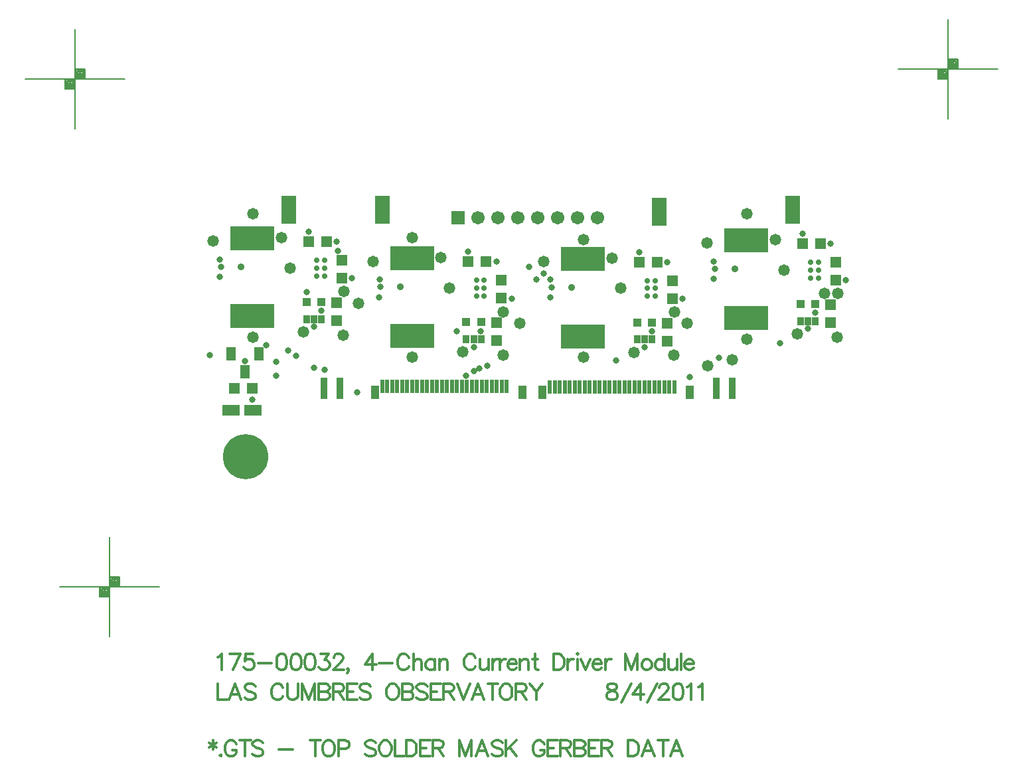
<source format=gts>
%FSLAX23Y23*%
%MOIN*%
G70*
G01*
G75*
G04 Layer_Color=8388736*
%ADD10R,0.014X0.060*%
%ADD11R,0.030X0.100*%
%ADD12R,0.031X0.060*%
%ADD13R,0.070X0.135*%
%ADD14R,0.050X0.050*%
%ADD15R,0.036X0.036*%
%ADD16R,0.028X0.036*%
%ADD17R,0.078X0.048*%
%ADD18R,0.050X0.050*%
%ADD19R,0.213X0.114*%
%ADD20R,0.039X0.063*%
%ADD21C,0.005*%
%ADD22C,0.010*%
%ADD23C,0.020*%
%ADD24C,0.025*%
%ADD25C,0.050*%
%ADD26C,0.100*%
%ADD27C,0.012*%
%ADD28C,0.008*%
%ADD29C,0.012*%
%ADD30C,0.012*%
%ADD31C,0.020*%
%ADD32C,0.059*%
%ADD33R,0.059X0.059*%
%ADD34C,0.219*%
%ADD35C,0.028*%
%ADD36C,0.024*%
%ADD37C,0.050*%
%ADD38C,0.040*%
%ADD39C,0.075*%
%ADD40C,0.206*%
G04:AMPARAMS|DCode=41|XSize=73mil|YSize=73mil|CornerRadius=0mil|HoleSize=0mil|Usage=FLASHONLY|Rotation=0.000|XOffset=0mil|YOffset=0mil|HoleType=Round|Shape=Relief|Width=10mil|Gap=10mil|Entries=4|*
%AMTHD41*
7,0,0,0.073,0.053,0.010,45*
%
%ADD41THD41*%
G04:AMPARAMS|DCode=42|XSize=70mil|YSize=70mil|CornerRadius=0mil|HoleSize=0mil|Usage=FLASHONLY|Rotation=0.000|XOffset=0mil|YOffset=0mil|HoleType=Round|Shape=Relief|Width=10mil|Gap=10mil|Entries=4|*
%AMTHD42*
7,0,0,0.070,0.050,0.010,45*
%
%ADD42THD42*%
G04:AMPARAMS|DCode=43|XSize=88mil|YSize=88mil|CornerRadius=0mil|HoleSize=0mil|Usage=FLASHONLY|Rotation=0.000|XOffset=0mil|YOffset=0mil|HoleType=Round|Shape=Relief|Width=10mil|Gap=10mil|Entries=4|*
%AMTHD43*
7,0,0,0.088,0.068,0.010,45*
%
%ADD43THD43*%
%ADD44C,0.068*%
%ADD45C,0.053*%
%ADD46O,0.079X0.024*%
%ADD47R,0.063X0.106*%
%ADD48R,0.094X0.130*%
%ADD49R,0.085X0.043*%
%ADD50R,0.085X0.043*%
%ADD51R,0.085X0.138*%
%ADD52R,0.067X0.067*%
%ADD53O,0.028X0.018*%
%ADD54C,0.010*%
%ADD55C,0.006*%
%ADD56C,0.007*%
%ADD57C,0.007*%
%ADD58R,0.320X0.160*%
%ADD59R,0.022X0.068*%
%ADD60R,0.038X0.108*%
%ADD61R,0.039X0.068*%
%ADD62R,0.078X0.143*%
%ADD63R,0.058X0.058*%
%ADD64R,0.044X0.044*%
%ADD65R,0.036X0.044*%
%ADD66R,0.086X0.056*%
%ADD67R,0.058X0.058*%
%ADD68R,0.221X0.122*%
%ADD69R,0.047X0.071*%
%ADD70C,0.067*%
%ADD71R,0.067X0.067*%
%ADD72C,0.227*%
%ADD73C,0.036*%
%ADD74C,0.032*%
%ADD75C,0.058*%
D27*
X31132Y16826D02*
Y16781D01*
X31113Y16815D02*
X31151Y16792D01*
Y16815D02*
X31113Y16792D01*
X31172Y16754D02*
X31168Y16750D01*
X31172Y16746D01*
X31175Y16750D01*
X31172Y16754D01*
X31250Y16807D02*
X31246Y16815D01*
X31239Y16822D01*
X31231Y16826D01*
X31216D01*
X31208Y16822D01*
X31200Y16815D01*
X31197Y16807D01*
X31193Y16796D01*
Y16777D01*
X31197Y16765D01*
X31200Y16758D01*
X31208Y16750D01*
X31216Y16746D01*
X31231D01*
X31239Y16750D01*
X31246Y16758D01*
X31250Y16765D01*
Y16777D01*
X31231D02*
X31250D01*
X31295Y16826D02*
Y16746D01*
X31268Y16826D02*
X31322D01*
X31384Y16815D02*
X31377Y16822D01*
X31365Y16826D01*
X31350D01*
X31339Y16822D01*
X31331Y16815D01*
Y16807D01*
X31335Y16800D01*
X31339Y16796D01*
X31346Y16792D01*
X31369Y16784D01*
X31377Y16781D01*
X31381Y16777D01*
X31384Y16769D01*
Y16758D01*
X31377Y16750D01*
X31365Y16746D01*
X31350D01*
X31339Y16750D01*
X31331Y16758D01*
X31465Y16781D02*
X31534D01*
X31647Y16826D02*
Y16746D01*
X31620Y16826D02*
X31674D01*
X31706D02*
X31698Y16822D01*
X31691Y16815D01*
X31687Y16807D01*
X31683Y16796D01*
Y16777D01*
X31687Y16765D01*
X31691Y16758D01*
X31698Y16750D01*
X31706Y16746D01*
X31721D01*
X31729Y16750D01*
X31736Y16758D01*
X31740Y16765D01*
X31744Y16777D01*
Y16796D01*
X31740Y16807D01*
X31736Y16815D01*
X31729Y16822D01*
X31721Y16826D01*
X31706D01*
X31763Y16784D02*
X31797D01*
X31808Y16788D01*
X31812Y16792D01*
X31816Y16800D01*
Y16811D01*
X31812Y16819D01*
X31808Y16822D01*
X31797Y16826D01*
X31763D01*
Y16746D01*
X31950Y16815D02*
X31942Y16822D01*
X31931Y16826D01*
X31916D01*
X31904Y16822D01*
X31897Y16815D01*
Y16807D01*
X31901Y16800D01*
X31904Y16796D01*
X31912Y16792D01*
X31935Y16784D01*
X31942Y16781D01*
X31946Y16777D01*
X31950Y16769D01*
Y16758D01*
X31942Y16750D01*
X31931Y16746D01*
X31916D01*
X31904Y16750D01*
X31897Y16758D01*
X31991Y16826D02*
X31983Y16822D01*
X31976Y16815D01*
X31972Y16807D01*
X31968Y16796D01*
Y16777D01*
X31972Y16765D01*
X31976Y16758D01*
X31983Y16750D01*
X31991Y16746D01*
X32006D01*
X32014Y16750D01*
X32021Y16758D01*
X32025Y16765D01*
X32029Y16777D01*
Y16796D01*
X32025Y16807D01*
X32021Y16815D01*
X32014Y16822D01*
X32006Y16826D01*
X31991D01*
X32048D02*
Y16746D01*
X32093D01*
X32102Y16826D02*
Y16746D01*
Y16826D02*
X32129D01*
X32140Y16822D01*
X32148Y16815D01*
X32152Y16807D01*
X32155Y16796D01*
Y16777D01*
X32152Y16765D01*
X32148Y16758D01*
X32140Y16750D01*
X32129Y16746D01*
X32102D01*
X32223Y16826D02*
X32173D01*
Y16746D01*
X32223D01*
X32173Y16788D02*
X32204D01*
X32236Y16826D02*
Y16746D01*
Y16826D02*
X32270D01*
X32282Y16822D01*
X32286Y16819D01*
X32289Y16811D01*
Y16803D01*
X32286Y16796D01*
X32282Y16792D01*
X32270Y16788D01*
X32236D01*
X32263D02*
X32289Y16746D01*
X32370Y16826D02*
Y16746D01*
Y16826D02*
X32401Y16746D01*
X32431Y16826D02*
X32401Y16746D01*
X32431Y16826D02*
Y16746D01*
X32515D02*
X32484Y16826D01*
X32454Y16746D01*
X32465Y16773D02*
X32503D01*
X32587Y16815D02*
X32579Y16822D01*
X32568Y16826D01*
X32553D01*
X32541Y16822D01*
X32534Y16815D01*
Y16807D01*
X32537Y16800D01*
X32541Y16796D01*
X32549Y16792D01*
X32572Y16784D01*
X32579Y16781D01*
X32583Y16777D01*
X32587Y16769D01*
Y16758D01*
X32579Y16750D01*
X32568Y16746D01*
X32553D01*
X32541Y16750D01*
X32534Y16758D01*
X32605Y16826D02*
Y16746D01*
X32658Y16826D02*
X32605Y16773D01*
X32624Y16792D02*
X32658Y16746D01*
X32796Y16807D02*
X32792Y16815D01*
X32785Y16822D01*
X32777Y16826D01*
X32762D01*
X32754Y16822D01*
X32746Y16815D01*
X32743Y16807D01*
X32739Y16796D01*
Y16777D01*
X32743Y16765D01*
X32746Y16758D01*
X32754Y16750D01*
X32762Y16746D01*
X32777D01*
X32785Y16750D01*
X32792Y16758D01*
X32796Y16765D01*
Y16777D01*
X32777D02*
X32796D01*
X32864Y16826D02*
X32814D01*
Y16746D01*
X32864D01*
X32814Y16788D02*
X32845D01*
X32877Y16826D02*
Y16746D01*
Y16826D02*
X32911D01*
X32923Y16822D01*
X32927Y16819D01*
X32930Y16811D01*
Y16803D01*
X32927Y16796D01*
X32923Y16792D01*
X32911Y16788D01*
X32877D01*
X32904D02*
X32930Y16746D01*
X32948Y16826D02*
Y16746D01*
Y16826D02*
X32983D01*
X32994Y16822D01*
X32998Y16819D01*
X33002Y16811D01*
Y16803D01*
X32998Y16796D01*
X32994Y16792D01*
X32983Y16788D01*
X32948D02*
X32983D01*
X32994Y16784D01*
X32998Y16781D01*
X33002Y16773D01*
Y16762D01*
X32998Y16754D01*
X32994Y16750D01*
X32983Y16746D01*
X32948D01*
X33069Y16826D02*
X33020D01*
Y16746D01*
X33069D01*
X33020Y16788D02*
X33050D01*
X33082Y16826D02*
Y16746D01*
Y16826D02*
X33117D01*
X33128Y16822D01*
X33132Y16819D01*
X33136Y16811D01*
Y16803D01*
X33132Y16796D01*
X33128Y16792D01*
X33117Y16788D01*
X33082D01*
X33109D02*
X33136Y16746D01*
X33216Y16826D02*
Y16746D01*
Y16826D02*
X33243D01*
X33255Y16822D01*
X33262Y16815D01*
X33266Y16807D01*
X33270Y16796D01*
Y16777D01*
X33266Y16765D01*
X33262Y16758D01*
X33255Y16750D01*
X33243Y16746D01*
X33216D01*
X33349D02*
X33318Y16826D01*
X33288Y16746D01*
X33299Y16773D02*
X33337D01*
X33394Y16826D02*
Y16746D01*
X33367Y16826D02*
X33421D01*
X33491Y16746D02*
X33461Y16826D01*
X33430Y16746D01*
X33442Y16773D02*
X33480D01*
D28*
X34575Y20198D02*
X35075D01*
X34825Y19948D02*
Y20448D01*
X34875Y20198D02*
Y20248D01*
X34825D02*
X34875D01*
X34775Y20148D02*
Y20198D01*
Y20148D02*
X34825D01*
X34780Y20193D02*
X34820D01*
X34780Y20153D02*
Y20193D01*
Y20153D02*
X34820D01*
Y20193D01*
X34785Y20188D02*
X34815D01*
X34785Y20158D02*
Y20188D01*
Y20158D02*
X34815D01*
Y20183D01*
X34790D02*
X34810D01*
X34790Y20163D02*
Y20183D01*
Y20163D02*
X34810D01*
Y20178D01*
X34795D02*
X34805D01*
X34795Y20168D02*
Y20178D01*
Y20168D02*
X34805D01*
Y20178D01*
X34795Y20173D02*
X34805D01*
X34830Y20243D02*
X34870D01*
X34830Y20203D02*
Y20243D01*
Y20203D02*
X34870D01*
Y20243D01*
X34835Y20238D02*
X34865D01*
X34835Y20208D02*
Y20238D01*
Y20208D02*
X34865D01*
Y20233D01*
X34840D02*
X34860D01*
X34840Y20213D02*
Y20233D01*
Y20213D02*
X34860D01*
Y20228D01*
X34845D02*
X34855D01*
X34845Y20218D02*
Y20228D01*
Y20218D02*
X34855D01*
Y20228D01*
X34845Y20223D02*
X34855D01*
X30190Y20148D02*
X30690D01*
X30440Y19898D02*
Y20398D01*
X30490Y20148D02*
Y20198D01*
X30440D02*
X30490D01*
X30390Y20098D02*
Y20148D01*
Y20098D02*
X30440D01*
X30395Y20143D02*
X30435D01*
X30395Y20103D02*
Y20143D01*
Y20103D02*
X30435D01*
Y20143D01*
X30400Y20138D02*
X30430D01*
X30400Y20108D02*
Y20138D01*
Y20108D02*
X30430D01*
Y20133D01*
X30405D02*
X30425D01*
X30405Y20113D02*
Y20133D01*
Y20113D02*
X30425D01*
Y20128D01*
X30410D02*
X30420D01*
X30410Y20118D02*
Y20128D01*
Y20118D02*
X30420D01*
Y20128D01*
X30410Y20123D02*
X30420D01*
X30445Y20193D02*
X30485D01*
X30445Y20153D02*
Y20193D01*
Y20153D02*
X30485D01*
Y20193D01*
X30450Y20188D02*
X30480D01*
X30450Y20158D02*
Y20188D01*
Y20158D02*
X30480D01*
Y20183D01*
X30455D02*
X30475D01*
X30455Y20163D02*
Y20183D01*
Y20163D02*
X30475D01*
Y20178D01*
X30460D02*
X30470D01*
X30460Y20168D02*
Y20178D01*
Y20168D02*
X30470D01*
Y20178D01*
X30460Y20173D02*
X30470D01*
X30363Y17598D02*
X30863D01*
X30613Y17348D02*
Y17848D01*
X30663Y17598D02*
Y17648D01*
X30613D02*
X30663D01*
X30563Y17548D02*
Y17598D01*
Y17548D02*
X30613D01*
X30568Y17593D02*
X30608D01*
X30568Y17553D02*
Y17593D01*
Y17553D02*
X30608D01*
Y17593D01*
X30573Y17588D02*
X30603D01*
X30573Y17558D02*
Y17588D01*
Y17558D02*
X30603D01*
Y17583D01*
X30578D02*
X30598D01*
X30578Y17563D02*
Y17583D01*
Y17563D02*
X30598D01*
Y17578D01*
X30583D02*
X30593D01*
X30583Y17568D02*
Y17578D01*
Y17568D02*
X30593D01*
Y17578D01*
X30583Y17573D02*
X30593D01*
X30618Y17643D02*
X30658D01*
X30618Y17603D02*
Y17643D01*
Y17603D02*
X30658D01*
Y17643D01*
X30623Y17638D02*
X30653D01*
X30623Y17608D02*
Y17638D01*
Y17608D02*
X30653D01*
Y17633D01*
X30628D02*
X30648D01*
X30628Y17613D02*
Y17633D01*
Y17613D02*
X30648D01*
Y17628D01*
X30633D02*
X30643D01*
X30633Y17618D02*
Y17628D01*
Y17618D02*
X30643D01*
Y17628D01*
X30633Y17623D02*
X30643D01*
D29*
X31158Y17244D02*
X31166Y17248D01*
X31177Y17259D01*
Y17179D01*
X31270Y17259D02*
X31232Y17179D01*
X31217Y17259D02*
X31270D01*
X31334D02*
X31296D01*
X31292Y17225D01*
X31296Y17229D01*
X31307Y17233D01*
X31319D01*
X31330Y17229D01*
X31338Y17221D01*
X31341Y17210D01*
Y17202D01*
X31338Y17191D01*
X31330Y17183D01*
X31319Y17179D01*
X31307D01*
X31296Y17183D01*
X31292Y17187D01*
X31288Y17195D01*
X31359Y17214D02*
X31428D01*
X31474Y17259D02*
X31463Y17256D01*
X31455Y17244D01*
X31452Y17225D01*
Y17214D01*
X31455Y17195D01*
X31463Y17183D01*
X31474Y17179D01*
X31482D01*
X31493Y17183D01*
X31501Y17195D01*
X31505Y17214D01*
Y17225D01*
X31501Y17244D01*
X31493Y17256D01*
X31482Y17259D01*
X31474D01*
X31546D02*
X31534Y17256D01*
X31527Y17244D01*
X31523Y17225D01*
Y17214D01*
X31527Y17195D01*
X31534Y17183D01*
X31546Y17179D01*
X31553D01*
X31565Y17183D01*
X31572Y17195D01*
X31576Y17214D01*
Y17225D01*
X31572Y17244D01*
X31565Y17256D01*
X31553Y17259D01*
X31546D01*
X31617D02*
X31605Y17256D01*
X31598Y17244D01*
X31594Y17225D01*
Y17214D01*
X31598Y17195D01*
X31605Y17183D01*
X31617Y17179D01*
X31624D01*
X31636Y17183D01*
X31644Y17195D01*
X31647Y17214D01*
Y17225D01*
X31644Y17244D01*
X31636Y17256D01*
X31624Y17259D01*
X31617D01*
X31673D02*
X31715D01*
X31692Y17229D01*
X31703D01*
X31711Y17225D01*
X31715Y17221D01*
X31719Y17210D01*
Y17202D01*
X31715Y17191D01*
X31707Y17183D01*
X31696Y17179D01*
X31684D01*
X31673Y17183D01*
X31669Y17187D01*
X31665Y17195D01*
X31740Y17240D02*
Y17244D01*
X31744Y17252D01*
X31748Y17256D01*
X31755Y17259D01*
X31771D01*
X31778Y17256D01*
X31782Y17252D01*
X31786Y17244D01*
Y17237D01*
X31782Y17229D01*
X31775Y17217D01*
X31736Y17179D01*
X31790D01*
X31815Y17183D02*
X31811Y17179D01*
X31808Y17183D01*
X31811Y17187D01*
X31815Y17183D01*
Y17176D01*
X31811Y17168D01*
X31808Y17164D01*
X31934Y17259D02*
X31896Y17206D01*
X31953D01*
X31934Y17259D02*
Y17179D01*
X31967Y17214D02*
X32035D01*
X32116Y17240D02*
X32112Y17248D01*
X32105Y17256D01*
X32097Y17259D01*
X32082D01*
X32074Y17256D01*
X32067Y17248D01*
X32063Y17240D01*
X32059Y17229D01*
Y17210D01*
X32063Y17198D01*
X32067Y17191D01*
X32074Y17183D01*
X32082Y17179D01*
X32097D01*
X32105Y17183D01*
X32112Y17191D01*
X32116Y17198D01*
X32139Y17259D02*
Y17179D01*
Y17217D02*
X32150Y17229D01*
X32158Y17233D01*
X32169D01*
X32177Y17229D01*
X32181Y17217D01*
Y17179D01*
X32247Y17233D02*
Y17179D01*
Y17221D02*
X32240Y17229D01*
X32232Y17233D01*
X32221D01*
X32213Y17229D01*
X32205Y17221D01*
X32201Y17210D01*
Y17202D01*
X32205Y17191D01*
X32213Y17183D01*
X32221Y17179D01*
X32232D01*
X32240Y17183D01*
X32247Y17191D01*
X32269Y17233D02*
Y17179D01*
Y17217D02*
X32280Y17229D01*
X32288Y17233D01*
X32299D01*
X32307Y17229D01*
X32310Y17217D01*
Y17179D01*
X32451Y17240D02*
X32448Y17248D01*
X32440Y17256D01*
X32432Y17259D01*
X32417D01*
X32409Y17256D01*
X32402Y17248D01*
X32398Y17240D01*
X32394Y17229D01*
Y17210D01*
X32398Y17198D01*
X32402Y17191D01*
X32409Y17183D01*
X32417Y17179D01*
X32432D01*
X32440Y17183D01*
X32448Y17191D01*
X32451Y17198D01*
X32474Y17233D02*
Y17195D01*
X32478Y17183D01*
X32485Y17179D01*
X32497D01*
X32504Y17183D01*
X32516Y17195D01*
Y17233D02*
Y17179D01*
X32537Y17233D02*
Y17179D01*
Y17210D02*
X32540Y17221D01*
X32548Y17229D01*
X32556Y17233D01*
X32567D01*
X32574D02*
Y17179D01*
Y17210D02*
X32578Y17221D01*
X32586Y17229D01*
X32593Y17233D01*
X32605D01*
X32612Y17210D02*
X32658D01*
Y17217D01*
X32654Y17225D01*
X32650Y17229D01*
X32643Y17233D01*
X32631D01*
X32624Y17229D01*
X32616Y17221D01*
X32612Y17210D01*
Y17202D01*
X32616Y17191D01*
X32624Y17183D01*
X32631Y17179D01*
X32643D01*
X32650Y17183D01*
X32658Y17191D01*
X32675Y17233D02*
Y17179D01*
Y17217D02*
X32686Y17229D01*
X32694Y17233D01*
X32705D01*
X32713Y17229D01*
X32717Y17217D01*
Y17179D01*
X32749Y17259D02*
Y17195D01*
X32753Y17183D01*
X32761Y17179D01*
X32768D01*
X32738Y17233D02*
X32764D01*
X32843Y17259D02*
Y17179D01*
Y17259D02*
X32869D01*
X32881Y17256D01*
X32888Y17248D01*
X32892Y17240D01*
X32896Y17229D01*
Y17210D01*
X32892Y17198D01*
X32888Y17191D01*
X32881Y17183D01*
X32869Y17179D01*
X32843D01*
X32914Y17233D02*
Y17179D01*
Y17210D02*
X32918Y17221D01*
X32925Y17229D01*
X32933Y17233D01*
X32944D01*
X32959Y17259D02*
X32963Y17256D01*
X32967Y17259D01*
X32963Y17263D01*
X32959Y17259D01*
X32963Y17233D02*
Y17179D01*
X32981Y17233D02*
X33004Y17179D01*
X33026Y17233D02*
X33004Y17179D01*
X33039Y17210D02*
X33085D01*
Y17217D01*
X33081Y17225D01*
X33077Y17229D01*
X33070Y17233D01*
X33058D01*
X33051Y17229D01*
X33043Y17221D01*
X33039Y17210D01*
Y17202D01*
X33043Y17191D01*
X33051Y17183D01*
X33058Y17179D01*
X33070D01*
X33077Y17183D01*
X33085Y17191D01*
X33102Y17233D02*
Y17179D01*
Y17210D02*
X33106Y17221D01*
X33114Y17229D01*
X33121Y17233D01*
X33133D01*
X33203Y17259D02*
Y17179D01*
Y17259D02*
X33233Y17179D01*
X33264Y17259D02*
X33233Y17179D01*
X33264Y17259D02*
Y17179D01*
X33306Y17233D02*
X33298Y17229D01*
X33290Y17221D01*
X33287Y17210D01*
Y17202D01*
X33290Y17191D01*
X33298Y17183D01*
X33306Y17179D01*
X33317D01*
X33325Y17183D01*
X33332Y17191D01*
X33336Y17202D01*
Y17210D01*
X33332Y17221D01*
X33325Y17229D01*
X33317Y17233D01*
X33306D01*
X33399Y17259D02*
Y17179D01*
Y17221D02*
X33392Y17229D01*
X33384Y17233D01*
X33373D01*
X33365Y17229D01*
X33357Y17221D01*
X33354Y17210D01*
Y17202D01*
X33357Y17191D01*
X33365Y17183D01*
X33373Y17179D01*
X33384D01*
X33392Y17183D01*
X33399Y17191D01*
X33421Y17233D02*
Y17195D01*
X33424Y17183D01*
X33432Y17179D01*
X33444D01*
X33451Y17183D01*
X33463Y17195D01*
Y17233D02*
Y17179D01*
X33484Y17259D02*
Y17179D01*
X33500Y17210D02*
X33546D01*
Y17217D01*
X33542Y17225D01*
X33538Y17229D01*
X33531Y17233D01*
X33519D01*
X33512Y17229D01*
X33504Y17221D01*
X33500Y17210D01*
Y17202D01*
X33504Y17191D01*
X33512Y17183D01*
X33519Y17179D01*
X33531D01*
X33538Y17183D01*
X33546Y17191D01*
D30*
X31158Y17109D02*
Y17029D01*
X31204D01*
X31274D02*
X31243Y17109D01*
X31213Y17029D01*
X31224Y17056D02*
X31262D01*
X31346Y17098D02*
X31338Y17106D01*
X31327Y17109D01*
X31311D01*
X31300Y17106D01*
X31292Y17098D01*
Y17090D01*
X31296Y17083D01*
X31300Y17079D01*
X31308Y17075D01*
X31330Y17067D01*
X31338Y17064D01*
X31342Y17060D01*
X31346Y17052D01*
Y17041D01*
X31338Y17033D01*
X31327Y17029D01*
X31311D01*
X31300Y17033D01*
X31292Y17041D01*
X31484Y17090D02*
X31480Y17098D01*
X31472Y17106D01*
X31465Y17109D01*
X31449D01*
X31442Y17106D01*
X31434Y17098D01*
X31430Y17090D01*
X31426Y17079D01*
Y17060D01*
X31430Y17048D01*
X31434Y17041D01*
X31442Y17033D01*
X31449Y17029D01*
X31465D01*
X31472Y17033D01*
X31480Y17041D01*
X31484Y17048D01*
X31506Y17109D02*
Y17052D01*
X31510Y17041D01*
X31517Y17033D01*
X31529Y17029D01*
X31536D01*
X31548Y17033D01*
X31556Y17041D01*
X31559Y17052D01*
Y17109D01*
X31581D02*
Y17029D01*
Y17109D02*
X31612Y17029D01*
X31642Y17109D02*
X31612Y17029D01*
X31642Y17109D02*
Y17029D01*
X31665Y17109D02*
Y17029D01*
Y17109D02*
X31700D01*
X31711Y17106D01*
X31715Y17102D01*
X31719Y17094D01*
Y17086D01*
X31715Y17079D01*
X31711Y17075D01*
X31700Y17071D01*
X31665D02*
X31700D01*
X31711Y17067D01*
X31715Y17064D01*
X31719Y17056D01*
Y17045D01*
X31715Y17037D01*
X31711Y17033D01*
X31700Y17029D01*
X31665D01*
X31736Y17109D02*
Y17029D01*
Y17109D02*
X31771D01*
X31782Y17106D01*
X31786Y17102D01*
X31790Y17094D01*
Y17086D01*
X31786Y17079D01*
X31782Y17075D01*
X31771Y17071D01*
X31736D01*
X31763D02*
X31790Y17029D01*
X31857Y17109D02*
X31808D01*
Y17029D01*
X31857D01*
X31808Y17071D02*
X31838D01*
X31924Y17098D02*
X31916Y17106D01*
X31905Y17109D01*
X31890D01*
X31878Y17106D01*
X31871Y17098D01*
Y17090D01*
X31874Y17083D01*
X31878Y17079D01*
X31886Y17075D01*
X31909Y17067D01*
X31916Y17064D01*
X31920Y17060D01*
X31924Y17052D01*
Y17041D01*
X31916Y17033D01*
X31905Y17029D01*
X31890D01*
X31878Y17033D01*
X31871Y17041D01*
X32027Y17109D02*
X32020Y17106D01*
X32012Y17098D01*
X32008Y17090D01*
X32005Y17079D01*
Y17060D01*
X32008Y17048D01*
X32012Y17041D01*
X32020Y17033D01*
X32027Y17029D01*
X32043D01*
X32050Y17033D01*
X32058Y17041D01*
X32062Y17048D01*
X32066Y17060D01*
Y17079D01*
X32062Y17090D01*
X32058Y17098D01*
X32050Y17106D01*
X32043Y17109D01*
X32027D01*
X32084D02*
Y17029D01*
Y17109D02*
X32118D01*
X32130Y17106D01*
X32134Y17102D01*
X32138Y17094D01*
Y17086D01*
X32134Y17079D01*
X32130Y17075D01*
X32118Y17071D01*
X32084D02*
X32118D01*
X32130Y17067D01*
X32134Y17064D01*
X32138Y17056D01*
Y17045D01*
X32134Y17037D01*
X32130Y17033D01*
X32118Y17029D01*
X32084D01*
X32209Y17098D02*
X32201Y17106D01*
X32190Y17109D01*
X32174D01*
X32163Y17106D01*
X32155Y17098D01*
Y17090D01*
X32159Y17083D01*
X32163Y17079D01*
X32171Y17075D01*
X32193Y17067D01*
X32201Y17064D01*
X32205Y17060D01*
X32209Y17052D01*
Y17041D01*
X32201Y17033D01*
X32190Y17029D01*
X32174D01*
X32163Y17033D01*
X32155Y17041D01*
X32276Y17109D02*
X32227D01*
Y17029D01*
X32276D01*
X32227Y17071D02*
X32257D01*
X32289Y17109D02*
Y17029D01*
Y17109D02*
X32324D01*
X32335Y17106D01*
X32339Y17102D01*
X32343Y17094D01*
Y17086D01*
X32339Y17079D01*
X32335Y17075D01*
X32324Y17071D01*
X32289D01*
X32316D02*
X32343Y17029D01*
X32361Y17109D02*
X32391Y17029D01*
X32422Y17109D02*
X32391Y17029D01*
X32493D02*
X32462Y17109D01*
X32432Y17029D01*
X32443Y17056D02*
X32481D01*
X32538Y17109D02*
Y17029D01*
X32512Y17109D02*
X32565D01*
X32597D02*
X32590Y17106D01*
X32582Y17098D01*
X32578Y17090D01*
X32574Y17079D01*
Y17060D01*
X32578Y17048D01*
X32582Y17041D01*
X32590Y17033D01*
X32597Y17029D01*
X32612D01*
X32620Y17033D01*
X32628Y17041D01*
X32632Y17048D01*
X32635Y17060D01*
Y17079D01*
X32632Y17090D01*
X32628Y17098D01*
X32620Y17106D01*
X32612Y17109D01*
X32597D01*
X32654D02*
Y17029D01*
Y17109D02*
X32688D01*
X32700Y17106D01*
X32703Y17102D01*
X32707Y17094D01*
Y17086D01*
X32703Y17079D01*
X32700Y17075D01*
X32688Y17071D01*
X32654D01*
X32681D02*
X32707Y17029D01*
X32725Y17109D02*
X32756Y17071D01*
Y17029D01*
X32786Y17109D02*
X32756Y17071D01*
X33130Y17109D02*
X33118Y17106D01*
X33114Y17098D01*
Y17090D01*
X33118Y17083D01*
X33126Y17079D01*
X33141Y17075D01*
X33153Y17071D01*
X33160Y17064D01*
X33164Y17056D01*
Y17045D01*
X33160Y17037D01*
X33156Y17033D01*
X33145Y17029D01*
X33130D01*
X33118Y17033D01*
X33114Y17037D01*
X33111Y17045D01*
Y17056D01*
X33114Y17064D01*
X33122Y17071D01*
X33133Y17075D01*
X33149Y17079D01*
X33156Y17083D01*
X33160Y17090D01*
Y17098D01*
X33156Y17106D01*
X33145Y17109D01*
X33130D01*
X33182Y17018D02*
X33235Y17109D01*
X33279D02*
X33241Y17056D01*
X33298D01*
X33279Y17109D02*
Y17029D01*
X33312Y17018D02*
X33365Y17109D01*
X33374Y17090D02*
Y17094D01*
X33378Y17102D01*
X33382Y17106D01*
X33389Y17109D01*
X33405D01*
X33412Y17106D01*
X33416Y17102D01*
X33420Y17094D01*
Y17086D01*
X33416Y17079D01*
X33408Y17067D01*
X33370Y17029D01*
X33424D01*
X33464Y17109D02*
X33453Y17106D01*
X33445Y17094D01*
X33442Y17075D01*
Y17064D01*
X33445Y17045D01*
X33453Y17033D01*
X33464Y17029D01*
X33472D01*
X33484Y17033D01*
X33491Y17045D01*
X33495Y17064D01*
Y17075D01*
X33491Y17094D01*
X33484Y17106D01*
X33472Y17109D01*
X33464D01*
X33513Y17094D02*
X33520Y17098D01*
X33532Y17109D01*
Y17029D01*
X33571Y17094D02*
X33579Y17098D01*
X33591Y17109D01*
Y17029D01*
D35*
X31655Y19158D02*
D03*
Y19198D02*
D03*
Y19237D02*
D03*
X31694D02*
D03*
Y19198D02*
D03*
Y19158D02*
D03*
X32456Y19057D02*
D03*
Y19097D02*
D03*
Y19136D02*
D03*
X32495D02*
D03*
Y19097D02*
D03*
Y19057D02*
D03*
X33315Y19056D02*
D03*
Y19096D02*
D03*
Y19135D02*
D03*
X33354D02*
D03*
Y19096D02*
D03*
Y19056D02*
D03*
X34135Y19148D02*
D03*
Y19188D02*
D03*
Y19227D02*
D03*
X34174D02*
D03*
Y19188D02*
D03*
Y19148D02*
D03*
D59*
X32558Y18603D02*
D03*
X31983D02*
D03*
X32008D02*
D03*
X32033D02*
D03*
X32058D02*
D03*
X32083D02*
D03*
X32108D02*
D03*
X32158D02*
D03*
X32183D02*
D03*
X32208D02*
D03*
X32233D02*
D03*
X32258D02*
D03*
X32283D02*
D03*
X32308D02*
D03*
X32333D02*
D03*
X32358D02*
D03*
X32383D02*
D03*
X32408D02*
D03*
X32433D02*
D03*
X32458D02*
D03*
X32483D02*
D03*
X32508D02*
D03*
X32533D02*
D03*
X32583D02*
D03*
X32608D02*
D03*
X32824Y18602D02*
D03*
X32849D02*
D03*
X32874D02*
D03*
X32899D02*
D03*
X32924D02*
D03*
X32949D02*
D03*
X32974D02*
D03*
X32999D02*
D03*
X33024D02*
D03*
X33049D02*
D03*
X33074D02*
D03*
X33099D02*
D03*
X33124D02*
D03*
X33149D02*
D03*
X33174D02*
D03*
X33199D02*
D03*
X33224D02*
D03*
X33249D02*
D03*
X33274D02*
D03*
X33299D02*
D03*
X33324D02*
D03*
X33349D02*
D03*
X33374D02*
D03*
X33399D02*
D03*
X33424D02*
D03*
X33449D02*
D03*
X32133Y18603D02*
D03*
D60*
X31691Y18593D02*
D03*
X31770D02*
D03*
X33740Y18593D02*
D03*
X33661D02*
D03*
D61*
X33526Y18575D02*
D03*
X32786D02*
D03*
X31946D02*
D03*
X32686D02*
D03*
D62*
X34042Y19491D02*
D03*
X33372Y19481D02*
D03*
X31982Y19491D02*
D03*
X31512D02*
D03*
D63*
X31329Y18593D02*
D03*
X31239D02*
D03*
X31613Y19330D02*
D03*
X31703D02*
D03*
X32414Y19229D02*
D03*
X32504D02*
D03*
X33273Y19228D02*
D03*
X33363D02*
D03*
X34093Y19320D02*
D03*
X34183D02*
D03*
D64*
X34158Y19017D02*
D03*
X34084D02*
D03*
X33338Y18925D02*
D03*
X33264D02*
D03*
X32479Y18926D02*
D03*
X32405D02*
D03*
X31678Y19027D02*
D03*
X31604D02*
D03*
D65*
X34121Y18931D02*
D03*
X34158D02*
D03*
X34084D02*
D03*
X33301Y18839D02*
D03*
X33338D02*
D03*
X33264D02*
D03*
X32442Y18840D02*
D03*
X32479D02*
D03*
X32405D02*
D03*
X31641Y18941D02*
D03*
X31678D02*
D03*
X31604D02*
D03*
D66*
X31224Y18485D02*
D03*
X31334D02*
D03*
D67*
X31780Y19147D02*
D03*
Y19237D02*
D03*
X32581Y19046D02*
D03*
Y19136D02*
D03*
X33440Y19045D02*
D03*
Y19135D02*
D03*
X34260Y19137D02*
D03*
Y19227D02*
D03*
X31755Y19024D02*
D03*
Y18934D02*
D03*
X32556Y18923D02*
D03*
Y18833D02*
D03*
X33415Y18922D02*
D03*
Y18832D02*
D03*
X34235Y19014D02*
D03*
Y18924D02*
D03*
D68*
X31331Y19347D02*
D03*
Y18957D02*
D03*
X32132Y19246D02*
D03*
Y18856D02*
D03*
X32991Y19245D02*
D03*
Y18855D02*
D03*
X33811Y19337D02*
D03*
Y18947D02*
D03*
D69*
X31224Y18766D02*
D03*
X31293Y18676D02*
D03*
X31362Y18766D02*
D03*
D70*
X33062Y19451D02*
D03*
X32962D02*
D03*
X32862D02*
D03*
X32762D02*
D03*
X32662D02*
D03*
X32562D02*
D03*
X32462D02*
D03*
D71*
X32362D02*
D03*
D72*
X31298Y18250D02*
D03*
D73*
X31272Y19204D02*
D03*
X32073Y19103D02*
D03*
X32932Y19102D02*
D03*
X33752Y19194D02*
D03*
D74*
X31858Y18575D02*
D03*
X32509Y18707D02*
D03*
X31451Y18728D02*
D03*
X31639Y18698D02*
D03*
X31510Y18784D02*
D03*
X31550Y18757D02*
D03*
X31449Y18657D02*
D03*
X32404Y18656D02*
D03*
X32442Y18680D02*
D03*
X32470Y18695D02*
D03*
X33675Y18746D02*
D03*
X32721Y19203D02*
D03*
X32792Y19172D02*
D03*
X32832Y19102D02*
D03*
X32757Y19139D02*
D03*
X32357Y18881D02*
D03*
X32442Y18802D02*
D03*
X31293Y18732D02*
D03*
X31118Y18760D02*
D03*
X31400Y18811D02*
D03*
X31329Y18538D02*
D03*
X31693Y18686D02*
D03*
X33526Y18650D02*
D03*
X33981Y18821D02*
D03*
X33158Y18734D02*
D03*
X31761Y19284D02*
D03*
X31603Y19076D02*
D03*
X31677Y18983D02*
D03*
X31168Y19242D02*
D03*
X31166Y19153D02*
D03*
X31641Y18903D02*
D03*
X31831Y19146D02*
D03*
X31612Y19380D02*
D03*
X31755Y19330D02*
D03*
X31172Y19204D02*
D03*
X31969Y19141D02*
D03*
X32478Y18882D02*
D03*
X31973Y19103D02*
D03*
X31967Y19052D02*
D03*
X32413Y19279D02*
D03*
X32556Y19229D02*
D03*
X32632Y19045D02*
D03*
X32828Y19140D02*
D03*
X33337Y18881D02*
D03*
X32826Y19051D02*
D03*
X33272Y19278D02*
D03*
X33415Y19228D02*
D03*
X33491Y19044D02*
D03*
X33301Y18801D02*
D03*
X33648Y19232D02*
D03*
X34157Y18973D02*
D03*
X33652Y19194D02*
D03*
X33646Y19143D02*
D03*
X34092Y19370D02*
D03*
X34235Y19320D02*
D03*
X34311Y19136D02*
D03*
X34121Y18893D02*
D03*
D75*
X33618Y18706D02*
D03*
X32387Y18776D02*
D03*
X31332Y18851D02*
D03*
X33740Y18737D02*
D03*
X31135Y19333D02*
D03*
X31477Y19350D02*
D03*
X31586Y18877D02*
D03*
X31520Y19198D02*
D03*
X31788Y18862D02*
D03*
X31789Y19079D02*
D03*
X32589Y18761D02*
D03*
X32590Y18978D02*
D03*
X32321Y19097D02*
D03*
X32278Y19249D02*
D03*
X32133Y18750D02*
D03*
X31936Y19232D02*
D03*
X33448Y18760D02*
D03*
X33449Y18977D02*
D03*
X33180Y19096D02*
D03*
X33137Y19248D02*
D03*
X32992Y18749D02*
D03*
X33246Y18775D02*
D03*
X32795Y19231D02*
D03*
X34268Y18852D02*
D03*
X34269Y19069D02*
D03*
X34000Y19188D02*
D03*
X33957Y19340D02*
D03*
X33812Y18841D02*
D03*
X34066Y18867D02*
D03*
X33615Y19323D02*
D03*
X31332Y19471D02*
D03*
X32132Y19351D02*
D03*
X32992Y19341D02*
D03*
X33812Y19471D02*
D03*
X31862Y19021D02*
D03*
X32672Y18921D02*
D03*
X33512D02*
D03*
X34202Y19071D02*
D03*
M02*

</source>
